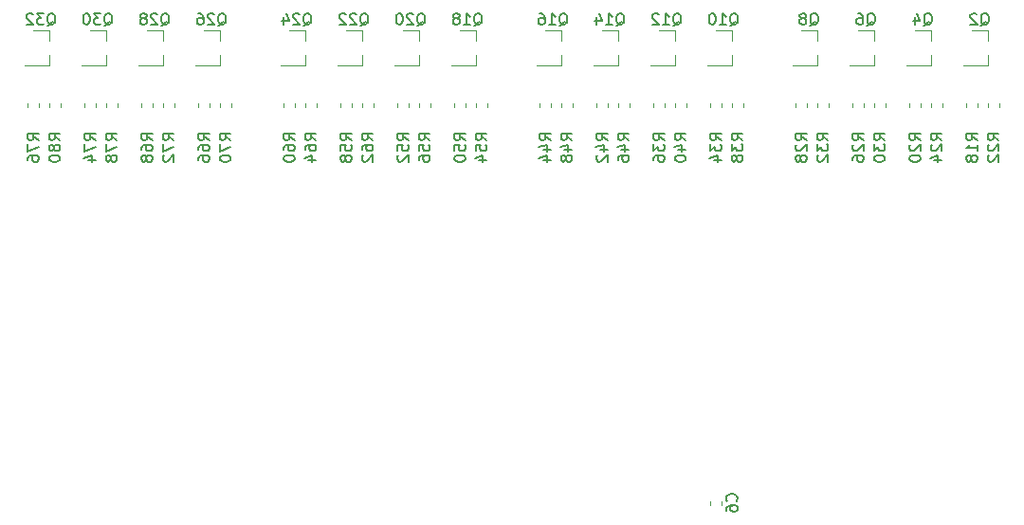
<source format=gbo>
G04 #@! TF.GenerationSoftware,KiCad,Pcbnew,(5.1.6)-1*
G04 #@! TF.CreationDate,2021-02-11T21:03:36+02:00*
G04 #@! TF.ProjectId,spectrum_analyzer,73706563-7472-4756-9d5f-616e616c797a,rev?*
G04 #@! TF.SameCoordinates,Original*
G04 #@! TF.FileFunction,Legend,Bot*
G04 #@! TF.FilePolarity,Positive*
%FSLAX46Y46*%
G04 Gerber Fmt 4.6, Leading zero omitted, Abs format (unit mm)*
G04 Created by KiCad (PCBNEW (5.1.6)-1) date 2021-02-11 21:03:36*
%MOMM*%
%LPD*%
G01*
G04 APERTURE LIST*
%ADD10C,0.120000*%
%ADD11C,0.150000*%
G04 APERTURE END LIST*
D10*
X132205000Y-111296267D02*
X132205000Y-110953733D01*
X133225000Y-111296267D02*
X133225000Y-110953733D01*
X76325000Y-75736267D02*
X76325000Y-75393733D01*
X77345000Y-75736267D02*
X77345000Y-75393733D01*
X74170000Y-75393733D02*
X74170000Y-75736267D01*
X73150000Y-75393733D02*
X73150000Y-75736267D01*
X79250000Y-75393733D02*
X79250000Y-75736267D01*
X78230000Y-75393733D02*
X78230000Y-75736267D01*
X84330000Y-75393733D02*
X84330000Y-75736267D01*
X83310000Y-75393733D02*
X83310000Y-75736267D01*
X71245000Y-75736267D02*
X71245000Y-75393733D01*
X72265000Y-75736267D02*
X72265000Y-75393733D01*
X89410000Y-75393733D02*
X89410000Y-75736267D01*
X88390000Y-75393733D02*
X88390000Y-75736267D01*
X81405000Y-75736267D02*
X81405000Y-75393733D01*
X82425000Y-75736267D02*
X82425000Y-75393733D01*
X86485000Y-75736267D02*
X86485000Y-75393733D01*
X87505000Y-75736267D02*
X87505000Y-75393733D01*
X99185000Y-75736267D02*
X99185000Y-75393733D01*
X100205000Y-75736267D02*
X100205000Y-75393733D01*
X97030000Y-75393733D02*
X97030000Y-75736267D01*
X96010000Y-75393733D02*
X96010000Y-75736267D01*
X102110000Y-75393733D02*
X102110000Y-75736267D01*
X101090000Y-75393733D02*
X101090000Y-75736267D01*
X107190000Y-75393733D02*
X107190000Y-75736267D01*
X106170000Y-75393733D02*
X106170000Y-75736267D01*
X94105000Y-75736267D02*
X94105000Y-75393733D01*
X95125000Y-75736267D02*
X95125000Y-75393733D01*
X112270000Y-75393733D02*
X112270000Y-75736267D01*
X111250000Y-75393733D02*
X111250000Y-75736267D01*
X104265000Y-75736267D02*
X104265000Y-75393733D01*
X105285000Y-75736267D02*
X105285000Y-75393733D01*
X109345000Y-75736267D02*
X109345000Y-75393733D01*
X110365000Y-75736267D02*
X110365000Y-75393733D01*
X122045000Y-75736267D02*
X122045000Y-75393733D01*
X123065000Y-75736267D02*
X123065000Y-75393733D01*
X119890000Y-75393733D02*
X119890000Y-75736267D01*
X118870000Y-75393733D02*
X118870000Y-75736267D01*
X124970000Y-75393733D02*
X124970000Y-75736267D01*
X123950000Y-75393733D02*
X123950000Y-75736267D01*
X130050000Y-75393733D02*
X130050000Y-75736267D01*
X129030000Y-75393733D02*
X129030000Y-75736267D01*
X116965000Y-75736267D02*
X116965000Y-75393733D01*
X117985000Y-75736267D02*
X117985000Y-75393733D01*
X135130000Y-75393733D02*
X135130000Y-75736267D01*
X134110000Y-75393733D02*
X134110000Y-75736267D01*
X127125000Y-75736267D02*
X127125000Y-75393733D01*
X128145000Y-75736267D02*
X128145000Y-75393733D01*
X132205000Y-75736267D02*
X132205000Y-75393733D01*
X133225000Y-75736267D02*
X133225000Y-75393733D01*
X73150000Y-68905000D02*
X71690000Y-68905000D01*
X73150000Y-72065000D02*
X70990000Y-72065000D01*
X73150000Y-72065000D02*
X73150000Y-71135000D01*
X73150000Y-68905000D02*
X73150000Y-69835000D01*
X78230000Y-68905000D02*
X76770000Y-68905000D01*
X78230000Y-72065000D02*
X76070000Y-72065000D01*
X78230000Y-72065000D02*
X78230000Y-71135000D01*
X78230000Y-68905000D02*
X78230000Y-69835000D01*
X83310000Y-68905000D02*
X81850000Y-68905000D01*
X83310000Y-72065000D02*
X81150000Y-72065000D01*
X83310000Y-72065000D02*
X83310000Y-71135000D01*
X83310000Y-68905000D02*
X83310000Y-69835000D01*
X88390000Y-68905000D02*
X86930000Y-68905000D01*
X88390000Y-72065000D02*
X86230000Y-72065000D01*
X88390000Y-72065000D02*
X88390000Y-71135000D01*
X88390000Y-68905000D02*
X88390000Y-69835000D01*
X96010000Y-68905000D02*
X94550000Y-68905000D01*
X96010000Y-72065000D02*
X93850000Y-72065000D01*
X96010000Y-72065000D02*
X96010000Y-71135000D01*
X96010000Y-68905000D02*
X96010000Y-69835000D01*
X101090000Y-68905000D02*
X99630000Y-68905000D01*
X101090000Y-72065000D02*
X98930000Y-72065000D01*
X101090000Y-72065000D02*
X101090000Y-71135000D01*
X101090000Y-68905000D02*
X101090000Y-69835000D01*
X106170000Y-68905000D02*
X104710000Y-68905000D01*
X106170000Y-72065000D02*
X104010000Y-72065000D01*
X106170000Y-72065000D02*
X106170000Y-71135000D01*
X106170000Y-68905000D02*
X106170000Y-69835000D01*
X111250000Y-68905000D02*
X109790000Y-68905000D01*
X111250000Y-72065000D02*
X109090000Y-72065000D01*
X111250000Y-72065000D02*
X111250000Y-71135000D01*
X111250000Y-68905000D02*
X111250000Y-69835000D01*
X118870000Y-68905000D02*
X117410000Y-68905000D01*
X118870000Y-72065000D02*
X116710000Y-72065000D01*
X118870000Y-72065000D02*
X118870000Y-71135000D01*
X118870000Y-68905000D02*
X118870000Y-69835000D01*
X123950000Y-68905000D02*
X122490000Y-68905000D01*
X123950000Y-72065000D02*
X121790000Y-72065000D01*
X123950000Y-72065000D02*
X123950000Y-71135000D01*
X123950000Y-68905000D02*
X123950000Y-69835000D01*
X129030000Y-68905000D02*
X127570000Y-68905000D01*
X129030000Y-72065000D02*
X126870000Y-72065000D01*
X129030000Y-72065000D02*
X129030000Y-71135000D01*
X129030000Y-68905000D02*
X129030000Y-69835000D01*
X134110000Y-68905000D02*
X132650000Y-68905000D01*
X134110000Y-72065000D02*
X131950000Y-72065000D01*
X134110000Y-72065000D02*
X134110000Y-71135000D01*
X134110000Y-68905000D02*
X134110000Y-69835000D01*
X156970000Y-68905000D02*
X155510000Y-68905000D01*
X156970000Y-72065000D02*
X154810000Y-72065000D01*
X156970000Y-72065000D02*
X156970000Y-71135000D01*
X156970000Y-68905000D02*
X156970000Y-69835000D01*
X151890000Y-68905000D02*
X150430000Y-68905000D01*
X151890000Y-72065000D02*
X149730000Y-72065000D01*
X151890000Y-72065000D02*
X151890000Y-71135000D01*
X151890000Y-68905000D02*
X151890000Y-69835000D01*
X146810000Y-68905000D02*
X145350000Y-68905000D01*
X146810000Y-72065000D02*
X144650000Y-72065000D01*
X146810000Y-72065000D02*
X146810000Y-71135000D01*
X146810000Y-68905000D02*
X146810000Y-69835000D01*
X141730000Y-68905000D02*
X140270000Y-68905000D01*
X141730000Y-72065000D02*
X139570000Y-72065000D01*
X141730000Y-72065000D02*
X141730000Y-71135000D01*
X141730000Y-68905000D02*
X141730000Y-69835000D01*
X142750000Y-75393733D02*
X142750000Y-75736267D01*
X141730000Y-75393733D02*
X141730000Y-75736267D01*
X147830000Y-75393733D02*
X147830000Y-75736267D01*
X146810000Y-75393733D02*
X146810000Y-75736267D01*
X139825000Y-75736267D02*
X139825000Y-75393733D01*
X140845000Y-75736267D02*
X140845000Y-75393733D01*
X144905000Y-75736267D02*
X144905000Y-75393733D01*
X145925000Y-75736267D02*
X145925000Y-75393733D01*
X152910000Y-75393733D02*
X152910000Y-75736267D01*
X151890000Y-75393733D02*
X151890000Y-75736267D01*
X157990000Y-75393733D02*
X157990000Y-75736267D01*
X156970000Y-75393733D02*
X156970000Y-75736267D01*
X149985000Y-75736267D02*
X149985000Y-75393733D01*
X151005000Y-75736267D02*
X151005000Y-75393733D01*
X155065000Y-75736267D02*
X155065000Y-75393733D01*
X156085000Y-75736267D02*
X156085000Y-75393733D01*
D11*
X134502142Y-110958333D02*
X134549761Y-110910714D01*
X134597380Y-110767857D01*
X134597380Y-110672619D01*
X134549761Y-110529761D01*
X134454523Y-110434523D01*
X134359285Y-110386904D01*
X134168809Y-110339285D01*
X134025952Y-110339285D01*
X133835476Y-110386904D01*
X133740238Y-110434523D01*
X133645000Y-110529761D01*
X133597380Y-110672619D01*
X133597380Y-110767857D01*
X133645000Y-110910714D01*
X133692619Y-110958333D01*
X133597380Y-111815476D02*
X133597380Y-111625000D01*
X133645000Y-111529761D01*
X133692619Y-111482142D01*
X133835476Y-111386904D01*
X134025952Y-111339285D01*
X134406904Y-111339285D01*
X134502142Y-111386904D01*
X134549761Y-111434523D01*
X134597380Y-111529761D01*
X134597380Y-111720238D01*
X134549761Y-111815476D01*
X134502142Y-111863095D01*
X134406904Y-111910714D01*
X134168809Y-111910714D01*
X134073571Y-111863095D01*
X134025952Y-111815476D01*
X133978333Y-111720238D01*
X133978333Y-111529761D01*
X134025952Y-111434523D01*
X134073571Y-111386904D01*
X134168809Y-111339285D01*
X77287380Y-78732142D02*
X76811190Y-78398809D01*
X77287380Y-78160714D02*
X76287380Y-78160714D01*
X76287380Y-78541666D01*
X76335000Y-78636904D01*
X76382619Y-78684523D01*
X76477857Y-78732142D01*
X76620714Y-78732142D01*
X76715952Y-78684523D01*
X76763571Y-78636904D01*
X76811190Y-78541666D01*
X76811190Y-78160714D01*
X76287380Y-79065476D02*
X76287380Y-79732142D01*
X77287380Y-79303571D01*
X76620714Y-80541666D02*
X77287380Y-80541666D01*
X76239761Y-80303571D02*
X76954047Y-80065476D01*
X76954047Y-80684523D01*
X74112380Y-78732142D02*
X73636190Y-78398809D01*
X74112380Y-78160714D02*
X73112380Y-78160714D01*
X73112380Y-78541666D01*
X73160000Y-78636904D01*
X73207619Y-78684523D01*
X73302857Y-78732142D01*
X73445714Y-78732142D01*
X73540952Y-78684523D01*
X73588571Y-78636904D01*
X73636190Y-78541666D01*
X73636190Y-78160714D01*
X73540952Y-79303571D02*
X73493333Y-79208333D01*
X73445714Y-79160714D01*
X73350476Y-79113095D01*
X73302857Y-79113095D01*
X73207619Y-79160714D01*
X73160000Y-79208333D01*
X73112380Y-79303571D01*
X73112380Y-79494047D01*
X73160000Y-79589285D01*
X73207619Y-79636904D01*
X73302857Y-79684523D01*
X73350476Y-79684523D01*
X73445714Y-79636904D01*
X73493333Y-79589285D01*
X73540952Y-79494047D01*
X73540952Y-79303571D01*
X73588571Y-79208333D01*
X73636190Y-79160714D01*
X73731428Y-79113095D01*
X73921904Y-79113095D01*
X74017142Y-79160714D01*
X74064761Y-79208333D01*
X74112380Y-79303571D01*
X74112380Y-79494047D01*
X74064761Y-79589285D01*
X74017142Y-79636904D01*
X73921904Y-79684523D01*
X73731428Y-79684523D01*
X73636190Y-79636904D01*
X73588571Y-79589285D01*
X73540952Y-79494047D01*
X73112380Y-80303571D02*
X73112380Y-80398809D01*
X73160000Y-80494047D01*
X73207619Y-80541666D01*
X73302857Y-80589285D01*
X73493333Y-80636904D01*
X73731428Y-80636904D01*
X73921904Y-80589285D01*
X74017142Y-80541666D01*
X74064761Y-80494047D01*
X74112380Y-80398809D01*
X74112380Y-80303571D01*
X74064761Y-80208333D01*
X74017142Y-80160714D01*
X73921904Y-80113095D01*
X73731428Y-80065476D01*
X73493333Y-80065476D01*
X73302857Y-80113095D01*
X73207619Y-80160714D01*
X73160000Y-80208333D01*
X73112380Y-80303571D01*
X79192380Y-78732142D02*
X78716190Y-78398809D01*
X79192380Y-78160714D02*
X78192380Y-78160714D01*
X78192380Y-78541666D01*
X78240000Y-78636904D01*
X78287619Y-78684523D01*
X78382857Y-78732142D01*
X78525714Y-78732142D01*
X78620952Y-78684523D01*
X78668571Y-78636904D01*
X78716190Y-78541666D01*
X78716190Y-78160714D01*
X78192380Y-79065476D02*
X78192380Y-79732142D01*
X79192380Y-79303571D01*
X78620952Y-80255952D02*
X78573333Y-80160714D01*
X78525714Y-80113095D01*
X78430476Y-80065476D01*
X78382857Y-80065476D01*
X78287619Y-80113095D01*
X78240000Y-80160714D01*
X78192380Y-80255952D01*
X78192380Y-80446428D01*
X78240000Y-80541666D01*
X78287619Y-80589285D01*
X78382857Y-80636904D01*
X78430476Y-80636904D01*
X78525714Y-80589285D01*
X78573333Y-80541666D01*
X78620952Y-80446428D01*
X78620952Y-80255952D01*
X78668571Y-80160714D01*
X78716190Y-80113095D01*
X78811428Y-80065476D01*
X79001904Y-80065476D01*
X79097142Y-80113095D01*
X79144761Y-80160714D01*
X79192380Y-80255952D01*
X79192380Y-80446428D01*
X79144761Y-80541666D01*
X79097142Y-80589285D01*
X79001904Y-80636904D01*
X78811428Y-80636904D01*
X78716190Y-80589285D01*
X78668571Y-80541666D01*
X78620952Y-80446428D01*
X84272380Y-78732142D02*
X83796190Y-78398809D01*
X84272380Y-78160714D02*
X83272380Y-78160714D01*
X83272380Y-78541666D01*
X83320000Y-78636904D01*
X83367619Y-78684523D01*
X83462857Y-78732142D01*
X83605714Y-78732142D01*
X83700952Y-78684523D01*
X83748571Y-78636904D01*
X83796190Y-78541666D01*
X83796190Y-78160714D01*
X83272380Y-79065476D02*
X83272380Y-79732142D01*
X84272380Y-79303571D01*
X83367619Y-80065476D02*
X83320000Y-80113095D01*
X83272380Y-80208333D01*
X83272380Y-80446428D01*
X83320000Y-80541666D01*
X83367619Y-80589285D01*
X83462857Y-80636904D01*
X83558095Y-80636904D01*
X83700952Y-80589285D01*
X84272380Y-80017857D01*
X84272380Y-80636904D01*
X72207380Y-78732142D02*
X71731190Y-78398809D01*
X72207380Y-78160714D02*
X71207380Y-78160714D01*
X71207380Y-78541666D01*
X71255000Y-78636904D01*
X71302619Y-78684523D01*
X71397857Y-78732142D01*
X71540714Y-78732142D01*
X71635952Y-78684523D01*
X71683571Y-78636904D01*
X71731190Y-78541666D01*
X71731190Y-78160714D01*
X71207380Y-79065476D02*
X71207380Y-79732142D01*
X72207380Y-79303571D01*
X71207380Y-80541666D02*
X71207380Y-80351190D01*
X71255000Y-80255952D01*
X71302619Y-80208333D01*
X71445476Y-80113095D01*
X71635952Y-80065476D01*
X72016904Y-80065476D01*
X72112142Y-80113095D01*
X72159761Y-80160714D01*
X72207380Y-80255952D01*
X72207380Y-80446428D01*
X72159761Y-80541666D01*
X72112142Y-80589285D01*
X72016904Y-80636904D01*
X71778809Y-80636904D01*
X71683571Y-80589285D01*
X71635952Y-80541666D01*
X71588333Y-80446428D01*
X71588333Y-80255952D01*
X71635952Y-80160714D01*
X71683571Y-80113095D01*
X71778809Y-80065476D01*
X89352380Y-78732142D02*
X88876190Y-78398809D01*
X89352380Y-78160714D02*
X88352380Y-78160714D01*
X88352380Y-78541666D01*
X88400000Y-78636904D01*
X88447619Y-78684523D01*
X88542857Y-78732142D01*
X88685714Y-78732142D01*
X88780952Y-78684523D01*
X88828571Y-78636904D01*
X88876190Y-78541666D01*
X88876190Y-78160714D01*
X88352380Y-79065476D02*
X88352380Y-79732142D01*
X89352380Y-79303571D01*
X88352380Y-80303571D02*
X88352380Y-80398809D01*
X88400000Y-80494047D01*
X88447619Y-80541666D01*
X88542857Y-80589285D01*
X88733333Y-80636904D01*
X88971428Y-80636904D01*
X89161904Y-80589285D01*
X89257142Y-80541666D01*
X89304761Y-80494047D01*
X89352380Y-80398809D01*
X89352380Y-80303571D01*
X89304761Y-80208333D01*
X89257142Y-80160714D01*
X89161904Y-80113095D01*
X88971428Y-80065476D01*
X88733333Y-80065476D01*
X88542857Y-80113095D01*
X88447619Y-80160714D01*
X88400000Y-80208333D01*
X88352380Y-80303571D01*
X82367380Y-78732142D02*
X81891190Y-78398809D01*
X82367380Y-78160714D02*
X81367380Y-78160714D01*
X81367380Y-78541666D01*
X81415000Y-78636904D01*
X81462619Y-78684523D01*
X81557857Y-78732142D01*
X81700714Y-78732142D01*
X81795952Y-78684523D01*
X81843571Y-78636904D01*
X81891190Y-78541666D01*
X81891190Y-78160714D01*
X81367380Y-79589285D02*
X81367380Y-79398809D01*
X81415000Y-79303571D01*
X81462619Y-79255952D01*
X81605476Y-79160714D01*
X81795952Y-79113095D01*
X82176904Y-79113095D01*
X82272142Y-79160714D01*
X82319761Y-79208333D01*
X82367380Y-79303571D01*
X82367380Y-79494047D01*
X82319761Y-79589285D01*
X82272142Y-79636904D01*
X82176904Y-79684523D01*
X81938809Y-79684523D01*
X81843571Y-79636904D01*
X81795952Y-79589285D01*
X81748333Y-79494047D01*
X81748333Y-79303571D01*
X81795952Y-79208333D01*
X81843571Y-79160714D01*
X81938809Y-79113095D01*
X81795952Y-80255952D02*
X81748333Y-80160714D01*
X81700714Y-80113095D01*
X81605476Y-80065476D01*
X81557857Y-80065476D01*
X81462619Y-80113095D01*
X81415000Y-80160714D01*
X81367380Y-80255952D01*
X81367380Y-80446428D01*
X81415000Y-80541666D01*
X81462619Y-80589285D01*
X81557857Y-80636904D01*
X81605476Y-80636904D01*
X81700714Y-80589285D01*
X81748333Y-80541666D01*
X81795952Y-80446428D01*
X81795952Y-80255952D01*
X81843571Y-80160714D01*
X81891190Y-80113095D01*
X81986428Y-80065476D01*
X82176904Y-80065476D01*
X82272142Y-80113095D01*
X82319761Y-80160714D01*
X82367380Y-80255952D01*
X82367380Y-80446428D01*
X82319761Y-80541666D01*
X82272142Y-80589285D01*
X82176904Y-80636904D01*
X81986428Y-80636904D01*
X81891190Y-80589285D01*
X81843571Y-80541666D01*
X81795952Y-80446428D01*
X87447380Y-78732142D02*
X86971190Y-78398809D01*
X87447380Y-78160714D02*
X86447380Y-78160714D01*
X86447380Y-78541666D01*
X86495000Y-78636904D01*
X86542619Y-78684523D01*
X86637857Y-78732142D01*
X86780714Y-78732142D01*
X86875952Y-78684523D01*
X86923571Y-78636904D01*
X86971190Y-78541666D01*
X86971190Y-78160714D01*
X86447380Y-79589285D02*
X86447380Y-79398809D01*
X86495000Y-79303571D01*
X86542619Y-79255952D01*
X86685476Y-79160714D01*
X86875952Y-79113095D01*
X87256904Y-79113095D01*
X87352142Y-79160714D01*
X87399761Y-79208333D01*
X87447380Y-79303571D01*
X87447380Y-79494047D01*
X87399761Y-79589285D01*
X87352142Y-79636904D01*
X87256904Y-79684523D01*
X87018809Y-79684523D01*
X86923571Y-79636904D01*
X86875952Y-79589285D01*
X86828333Y-79494047D01*
X86828333Y-79303571D01*
X86875952Y-79208333D01*
X86923571Y-79160714D01*
X87018809Y-79113095D01*
X86447380Y-80541666D02*
X86447380Y-80351190D01*
X86495000Y-80255952D01*
X86542619Y-80208333D01*
X86685476Y-80113095D01*
X86875952Y-80065476D01*
X87256904Y-80065476D01*
X87352142Y-80113095D01*
X87399761Y-80160714D01*
X87447380Y-80255952D01*
X87447380Y-80446428D01*
X87399761Y-80541666D01*
X87352142Y-80589285D01*
X87256904Y-80636904D01*
X87018809Y-80636904D01*
X86923571Y-80589285D01*
X86875952Y-80541666D01*
X86828333Y-80446428D01*
X86828333Y-80255952D01*
X86875952Y-80160714D01*
X86923571Y-80113095D01*
X87018809Y-80065476D01*
X100147380Y-78732142D02*
X99671190Y-78398809D01*
X100147380Y-78160714D02*
X99147380Y-78160714D01*
X99147380Y-78541666D01*
X99195000Y-78636904D01*
X99242619Y-78684523D01*
X99337857Y-78732142D01*
X99480714Y-78732142D01*
X99575952Y-78684523D01*
X99623571Y-78636904D01*
X99671190Y-78541666D01*
X99671190Y-78160714D01*
X99147380Y-79636904D02*
X99147380Y-79160714D01*
X99623571Y-79113095D01*
X99575952Y-79160714D01*
X99528333Y-79255952D01*
X99528333Y-79494047D01*
X99575952Y-79589285D01*
X99623571Y-79636904D01*
X99718809Y-79684523D01*
X99956904Y-79684523D01*
X100052142Y-79636904D01*
X100099761Y-79589285D01*
X100147380Y-79494047D01*
X100147380Y-79255952D01*
X100099761Y-79160714D01*
X100052142Y-79113095D01*
X99575952Y-80255952D02*
X99528333Y-80160714D01*
X99480714Y-80113095D01*
X99385476Y-80065476D01*
X99337857Y-80065476D01*
X99242619Y-80113095D01*
X99195000Y-80160714D01*
X99147380Y-80255952D01*
X99147380Y-80446428D01*
X99195000Y-80541666D01*
X99242619Y-80589285D01*
X99337857Y-80636904D01*
X99385476Y-80636904D01*
X99480714Y-80589285D01*
X99528333Y-80541666D01*
X99575952Y-80446428D01*
X99575952Y-80255952D01*
X99623571Y-80160714D01*
X99671190Y-80113095D01*
X99766428Y-80065476D01*
X99956904Y-80065476D01*
X100052142Y-80113095D01*
X100099761Y-80160714D01*
X100147380Y-80255952D01*
X100147380Y-80446428D01*
X100099761Y-80541666D01*
X100052142Y-80589285D01*
X99956904Y-80636904D01*
X99766428Y-80636904D01*
X99671190Y-80589285D01*
X99623571Y-80541666D01*
X99575952Y-80446428D01*
X96972380Y-78732142D02*
X96496190Y-78398809D01*
X96972380Y-78160714D02*
X95972380Y-78160714D01*
X95972380Y-78541666D01*
X96020000Y-78636904D01*
X96067619Y-78684523D01*
X96162857Y-78732142D01*
X96305714Y-78732142D01*
X96400952Y-78684523D01*
X96448571Y-78636904D01*
X96496190Y-78541666D01*
X96496190Y-78160714D01*
X95972380Y-79589285D02*
X95972380Y-79398809D01*
X96020000Y-79303571D01*
X96067619Y-79255952D01*
X96210476Y-79160714D01*
X96400952Y-79113095D01*
X96781904Y-79113095D01*
X96877142Y-79160714D01*
X96924761Y-79208333D01*
X96972380Y-79303571D01*
X96972380Y-79494047D01*
X96924761Y-79589285D01*
X96877142Y-79636904D01*
X96781904Y-79684523D01*
X96543809Y-79684523D01*
X96448571Y-79636904D01*
X96400952Y-79589285D01*
X96353333Y-79494047D01*
X96353333Y-79303571D01*
X96400952Y-79208333D01*
X96448571Y-79160714D01*
X96543809Y-79113095D01*
X96305714Y-80541666D02*
X96972380Y-80541666D01*
X95924761Y-80303571D02*
X96639047Y-80065476D01*
X96639047Y-80684523D01*
X102052380Y-78732142D02*
X101576190Y-78398809D01*
X102052380Y-78160714D02*
X101052380Y-78160714D01*
X101052380Y-78541666D01*
X101100000Y-78636904D01*
X101147619Y-78684523D01*
X101242857Y-78732142D01*
X101385714Y-78732142D01*
X101480952Y-78684523D01*
X101528571Y-78636904D01*
X101576190Y-78541666D01*
X101576190Y-78160714D01*
X101052380Y-79589285D02*
X101052380Y-79398809D01*
X101100000Y-79303571D01*
X101147619Y-79255952D01*
X101290476Y-79160714D01*
X101480952Y-79113095D01*
X101861904Y-79113095D01*
X101957142Y-79160714D01*
X102004761Y-79208333D01*
X102052380Y-79303571D01*
X102052380Y-79494047D01*
X102004761Y-79589285D01*
X101957142Y-79636904D01*
X101861904Y-79684523D01*
X101623809Y-79684523D01*
X101528571Y-79636904D01*
X101480952Y-79589285D01*
X101433333Y-79494047D01*
X101433333Y-79303571D01*
X101480952Y-79208333D01*
X101528571Y-79160714D01*
X101623809Y-79113095D01*
X101147619Y-80065476D02*
X101100000Y-80113095D01*
X101052380Y-80208333D01*
X101052380Y-80446428D01*
X101100000Y-80541666D01*
X101147619Y-80589285D01*
X101242857Y-80636904D01*
X101338095Y-80636904D01*
X101480952Y-80589285D01*
X102052380Y-80017857D01*
X102052380Y-80636904D01*
X107132380Y-78732142D02*
X106656190Y-78398809D01*
X107132380Y-78160714D02*
X106132380Y-78160714D01*
X106132380Y-78541666D01*
X106180000Y-78636904D01*
X106227619Y-78684523D01*
X106322857Y-78732142D01*
X106465714Y-78732142D01*
X106560952Y-78684523D01*
X106608571Y-78636904D01*
X106656190Y-78541666D01*
X106656190Y-78160714D01*
X106132380Y-79636904D02*
X106132380Y-79160714D01*
X106608571Y-79113095D01*
X106560952Y-79160714D01*
X106513333Y-79255952D01*
X106513333Y-79494047D01*
X106560952Y-79589285D01*
X106608571Y-79636904D01*
X106703809Y-79684523D01*
X106941904Y-79684523D01*
X107037142Y-79636904D01*
X107084761Y-79589285D01*
X107132380Y-79494047D01*
X107132380Y-79255952D01*
X107084761Y-79160714D01*
X107037142Y-79113095D01*
X106132380Y-80541666D02*
X106132380Y-80351190D01*
X106180000Y-80255952D01*
X106227619Y-80208333D01*
X106370476Y-80113095D01*
X106560952Y-80065476D01*
X106941904Y-80065476D01*
X107037142Y-80113095D01*
X107084761Y-80160714D01*
X107132380Y-80255952D01*
X107132380Y-80446428D01*
X107084761Y-80541666D01*
X107037142Y-80589285D01*
X106941904Y-80636904D01*
X106703809Y-80636904D01*
X106608571Y-80589285D01*
X106560952Y-80541666D01*
X106513333Y-80446428D01*
X106513333Y-80255952D01*
X106560952Y-80160714D01*
X106608571Y-80113095D01*
X106703809Y-80065476D01*
X95067380Y-78732142D02*
X94591190Y-78398809D01*
X95067380Y-78160714D02*
X94067380Y-78160714D01*
X94067380Y-78541666D01*
X94115000Y-78636904D01*
X94162619Y-78684523D01*
X94257857Y-78732142D01*
X94400714Y-78732142D01*
X94495952Y-78684523D01*
X94543571Y-78636904D01*
X94591190Y-78541666D01*
X94591190Y-78160714D01*
X94067380Y-79589285D02*
X94067380Y-79398809D01*
X94115000Y-79303571D01*
X94162619Y-79255952D01*
X94305476Y-79160714D01*
X94495952Y-79113095D01*
X94876904Y-79113095D01*
X94972142Y-79160714D01*
X95019761Y-79208333D01*
X95067380Y-79303571D01*
X95067380Y-79494047D01*
X95019761Y-79589285D01*
X94972142Y-79636904D01*
X94876904Y-79684523D01*
X94638809Y-79684523D01*
X94543571Y-79636904D01*
X94495952Y-79589285D01*
X94448333Y-79494047D01*
X94448333Y-79303571D01*
X94495952Y-79208333D01*
X94543571Y-79160714D01*
X94638809Y-79113095D01*
X94067380Y-80303571D02*
X94067380Y-80398809D01*
X94115000Y-80494047D01*
X94162619Y-80541666D01*
X94257857Y-80589285D01*
X94448333Y-80636904D01*
X94686428Y-80636904D01*
X94876904Y-80589285D01*
X94972142Y-80541666D01*
X95019761Y-80494047D01*
X95067380Y-80398809D01*
X95067380Y-80303571D01*
X95019761Y-80208333D01*
X94972142Y-80160714D01*
X94876904Y-80113095D01*
X94686428Y-80065476D01*
X94448333Y-80065476D01*
X94257857Y-80113095D01*
X94162619Y-80160714D01*
X94115000Y-80208333D01*
X94067380Y-80303571D01*
X112212380Y-78732142D02*
X111736190Y-78398809D01*
X112212380Y-78160714D02*
X111212380Y-78160714D01*
X111212380Y-78541666D01*
X111260000Y-78636904D01*
X111307619Y-78684523D01*
X111402857Y-78732142D01*
X111545714Y-78732142D01*
X111640952Y-78684523D01*
X111688571Y-78636904D01*
X111736190Y-78541666D01*
X111736190Y-78160714D01*
X111212380Y-79636904D02*
X111212380Y-79160714D01*
X111688571Y-79113095D01*
X111640952Y-79160714D01*
X111593333Y-79255952D01*
X111593333Y-79494047D01*
X111640952Y-79589285D01*
X111688571Y-79636904D01*
X111783809Y-79684523D01*
X112021904Y-79684523D01*
X112117142Y-79636904D01*
X112164761Y-79589285D01*
X112212380Y-79494047D01*
X112212380Y-79255952D01*
X112164761Y-79160714D01*
X112117142Y-79113095D01*
X111545714Y-80541666D02*
X112212380Y-80541666D01*
X111164761Y-80303571D02*
X111879047Y-80065476D01*
X111879047Y-80684523D01*
X105227380Y-78732142D02*
X104751190Y-78398809D01*
X105227380Y-78160714D02*
X104227380Y-78160714D01*
X104227380Y-78541666D01*
X104275000Y-78636904D01*
X104322619Y-78684523D01*
X104417857Y-78732142D01*
X104560714Y-78732142D01*
X104655952Y-78684523D01*
X104703571Y-78636904D01*
X104751190Y-78541666D01*
X104751190Y-78160714D01*
X104227380Y-79636904D02*
X104227380Y-79160714D01*
X104703571Y-79113095D01*
X104655952Y-79160714D01*
X104608333Y-79255952D01*
X104608333Y-79494047D01*
X104655952Y-79589285D01*
X104703571Y-79636904D01*
X104798809Y-79684523D01*
X105036904Y-79684523D01*
X105132142Y-79636904D01*
X105179761Y-79589285D01*
X105227380Y-79494047D01*
X105227380Y-79255952D01*
X105179761Y-79160714D01*
X105132142Y-79113095D01*
X104322619Y-80065476D02*
X104275000Y-80113095D01*
X104227380Y-80208333D01*
X104227380Y-80446428D01*
X104275000Y-80541666D01*
X104322619Y-80589285D01*
X104417857Y-80636904D01*
X104513095Y-80636904D01*
X104655952Y-80589285D01*
X105227380Y-80017857D01*
X105227380Y-80636904D01*
X110307380Y-78732142D02*
X109831190Y-78398809D01*
X110307380Y-78160714D02*
X109307380Y-78160714D01*
X109307380Y-78541666D01*
X109355000Y-78636904D01*
X109402619Y-78684523D01*
X109497857Y-78732142D01*
X109640714Y-78732142D01*
X109735952Y-78684523D01*
X109783571Y-78636904D01*
X109831190Y-78541666D01*
X109831190Y-78160714D01*
X109307380Y-79636904D02*
X109307380Y-79160714D01*
X109783571Y-79113095D01*
X109735952Y-79160714D01*
X109688333Y-79255952D01*
X109688333Y-79494047D01*
X109735952Y-79589285D01*
X109783571Y-79636904D01*
X109878809Y-79684523D01*
X110116904Y-79684523D01*
X110212142Y-79636904D01*
X110259761Y-79589285D01*
X110307380Y-79494047D01*
X110307380Y-79255952D01*
X110259761Y-79160714D01*
X110212142Y-79113095D01*
X109307380Y-80303571D02*
X109307380Y-80398809D01*
X109355000Y-80494047D01*
X109402619Y-80541666D01*
X109497857Y-80589285D01*
X109688333Y-80636904D01*
X109926428Y-80636904D01*
X110116904Y-80589285D01*
X110212142Y-80541666D01*
X110259761Y-80494047D01*
X110307380Y-80398809D01*
X110307380Y-80303571D01*
X110259761Y-80208333D01*
X110212142Y-80160714D01*
X110116904Y-80113095D01*
X109926428Y-80065476D01*
X109688333Y-80065476D01*
X109497857Y-80113095D01*
X109402619Y-80160714D01*
X109355000Y-80208333D01*
X109307380Y-80303571D01*
X123007380Y-78732142D02*
X122531190Y-78398809D01*
X123007380Y-78160714D02*
X122007380Y-78160714D01*
X122007380Y-78541666D01*
X122055000Y-78636904D01*
X122102619Y-78684523D01*
X122197857Y-78732142D01*
X122340714Y-78732142D01*
X122435952Y-78684523D01*
X122483571Y-78636904D01*
X122531190Y-78541666D01*
X122531190Y-78160714D01*
X122340714Y-79589285D02*
X123007380Y-79589285D01*
X121959761Y-79351190D02*
X122674047Y-79113095D01*
X122674047Y-79732142D01*
X122102619Y-80065476D02*
X122055000Y-80113095D01*
X122007380Y-80208333D01*
X122007380Y-80446428D01*
X122055000Y-80541666D01*
X122102619Y-80589285D01*
X122197857Y-80636904D01*
X122293095Y-80636904D01*
X122435952Y-80589285D01*
X123007380Y-80017857D01*
X123007380Y-80636904D01*
X119832380Y-78732142D02*
X119356190Y-78398809D01*
X119832380Y-78160714D02*
X118832380Y-78160714D01*
X118832380Y-78541666D01*
X118880000Y-78636904D01*
X118927619Y-78684523D01*
X119022857Y-78732142D01*
X119165714Y-78732142D01*
X119260952Y-78684523D01*
X119308571Y-78636904D01*
X119356190Y-78541666D01*
X119356190Y-78160714D01*
X119165714Y-79589285D02*
X119832380Y-79589285D01*
X118784761Y-79351190D02*
X119499047Y-79113095D01*
X119499047Y-79732142D01*
X119260952Y-80255952D02*
X119213333Y-80160714D01*
X119165714Y-80113095D01*
X119070476Y-80065476D01*
X119022857Y-80065476D01*
X118927619Y-80113095D01*
X118880000Y-80160714D01*
X118832380Y-80255952D01*
X118832380Y-80446428D01*
X118880000Y-80541666D01*
X118927619Y-80589285D01*
X119022857Y-80636904D01*
X119070476Y-80636904D01*
X119165714Y-80589285D01*
X119213333Y-80541666D01*
X119260952Y-80446428D01*
X119260952Y-80255952D01*
X119308571Y-80160714D01*
X119356190Y-80113095D01*
X119451428Y-80065476D01*
X119641904Y-80065476D01*
X119737142Y-80113095D01*
X119784761Y-80160714D01*
X119832380Y-80255952D01*
X119832380Y-80446428D01*
X119784761Y-80541666D01*
X119737142Y-80589285D01*
X119641904Y-80636904D01*
X119451428Y-80636904D01*
X119356190Y-80589285D01*
X119308571Y-80541666D01*
X119260952Y-80446428D01*
X124912380Y-78732142D02*
X124436190Y-78398809D01*
X124912380Y-78160714D02*
X123912380Y-78160714D01*
X123912380Y-78541666D01*
X123960000Y-78636904D01*
X124007619Y-78684523D01*
X124102857Y-78732142D01*
X124245714Y-78732142D01*
X124340952Y-78684523D01*
X124388571Y-78636904D01*
X124436190Y-78541666D01*
X124436190Y-78160714D01*
X124245714Y-79589285D02*
X124912380Y-79589285D01*
X123864761Y-79351190D02*
X124579047Y-79113095D01*
X124579047Y-79732142D01*
X123912380Y-80541666D02*
X123912380Y-80351190D01*
X123960000Y-80255952D01*
X124007619Y-80208333D01*
X124150476Y-80113095D01*
X124340952Y-80065476D01*
X124721904Y-80065476D01*
X124817142Y-80113095D01*
X124864761Y-80160714D01*
X124912380Y-80255952D01*
X124912380Y-80446428D01*
X124864761Y-80541666D01*
X124817142Y-80589285D01*
X124721904Y-80636904D01*
X124483809Y-80636904D01*
X124388571Y-80589285D01*
X124340952Y-80541666D01*
X124293333Y-80446428D01*
X124293333Y-80255952D01*
X124340952Y-80160714D01*
X124388571Y-80113095D01*
X124483809Y-80065476D01*
X129992380Y-78732142D02*
X129516190Y-78398809D01*
X129992380Y-78160714D02*
X128992380Y-78160714D01*
X128992380Y-78541666D01*
X129040000Y-78636904D01*
X129087619Y-78684523D01*
X129182857Y-78732142D01*
X129325714Y-78732142D01*
X129420952Y-78684523D01*
X129468571Y-78636904D01*
X129516190Y-78541666D01*
X129516190Y-78160714D01*
X129325714Y-79589285D02*
X129992380Y-79589285D01*
X128944761Y-79351190D02*
X129659047Y-79113095D01*
X129659047Y-79732142D01*
X128992380Y-80303571D02*
X128992380Y-80398809D01*
X129040000Y-80494047D01*
X129087619Y-80541666D01*
X129182857Y-80589285D01*
X129373333Y-80636904D01*
X129611428Y-80636904D01*
X129801904Y-80589285D01*
X129897142Y-80541666D01*
X129944761Y-80494047D01*
X129992380Y-80398809D01*
X129992380Y-80303571D01*
X129944761Y-80208333D01*
X129897142Y-80160714D01*
X129801904Y-80113095D01*
X129611428Y-80065476D01*
X129373333Y-80065476D01*
X129182857Y-80113095D01*
X129087619Y-80160714D01*
X129040000Y-80208333D01*
X128992380Y-80303571D01*
X117927380Y-78732142D02*
X117451190Y-78398809D01*
X117927380Y-78160714D02*
X116927380Y-78160714D01*
X116927380Y-78541666D01*
X116975000Y-78636904D01*
X117022619Y-78684523D01*
X117117857Y-78732142D01*
X117260714Y-78732142D01*
X117355952Y-78684523D01*
X117403571Y-78636904D01*
X117451190Y-78541666D01*
X117451190Y-78160714D01*
X117260714Y-79589285D02*
X117927380Y-79589285D01*
X116879761Y-79351190D02*
X117594047Y-79113095D01*
X117594047Y-79732142D01*
X117260714Y-80541666D02*
X117927380Y-80541666D01*
X116879761Y-80303571D02*
X117594047Y-80065476D01*
X117594047Y-80684523D01*
X135072380Y-78732142D02*
X134596190Y-78398809D01*
X135072380Y-78160714D02*
X134072380Y-78160714D01*
X134072380Y-78541666D01*
X134120000Y-78636904D01*
X134167619Y-78684523D01*
X134262857Y-78732142D01*
X134405714Y-78732142D01*
X134500952Y-78684523D01*
X134548571Y-78636904D01*
X134596190Y-78541666D01*
X134596190Y-78160714D01*
X134072380Y-79065476D02*
X134072380Y-79684523D01*
X134453333Y-79351190D01*
X134453333Y-79494047D01*
X134500952Y-79589285D01*
X134548571Y-79636904D01*
X134643809Y-79684523D01*
X134881904Y-79684523D01*
X134977142Y-79636904D01*
X135024761Y-79589285D01*
X135072380Y-79494047D01*
X135072380Y-79208333D01*
X135024761Y-79113095D01*
X134977142Y-79065476D01*
X134500952Y-80255952D02*
X134453333Y-80160714D01*
X134405714Y-80113095D01*
X134310476Y-80065476D01*
X134262857Y-80065476D01*
X134167619Y-80113095D01*
X134120000Y-80160714D01*
X134072380Y-80255952D01*
X134072380Y-80446428D01*
X134120000Y-80541666D01*
X134167619Y-80589285D01*
X134262857Y-80636904D01*
X134310476Y-80636904D01*
X134405714Y-80589285D01*
X134453333Y-80541666D01*
X134500952Y-80446428D01*
X134500952Y-80255952D01*
X134548571Y-80160714D01*
X134596190Y-80113095D01*
X134691428Y-80065476D01*
X134881904Y-80065476D01*
X134977142Y-80113095D01*
X135024761Y-80160714D01*
X135072380Y-80255952D01*
X135072380Y-80446428D01*
X135024761Y-80541666D01*
X134977142Y-80589285D01*
X134881904Y-80636904D01*
X134691428Y-80636904D01*
X134596190Y-80589285D01*
X134548571Y-80541666D01*
X134500952Y-80446428D01*
X128087380Y-78732142D02*
X127611190Y-78398809D01*
X128087380Y-78160714D02*
X127087380Y-78160714D01*
X127087380Y-78541666D01*
X127135000Y-78636904D01*
X127182619Y-78684523D01*
X127277857Y-78732142D01*
X127420714Y-78732142D01*
X127515952Y-78684523D01*
X127563571Y-78636904D01*
X127611190Y-78541666D01*
X127611190Y-78160714D01*
X127087380Y-79065476D02*
X127087380Y-79684523D01*
X127468333Y-79351190D01*
X127468333Y-79494047D01*
X127515952Y-79589285D01*
X127563571Y-79636904D01*
X127658809Y-79684523D01*
X127896904Y-79684523D01*
X127992142Y-79636904D01*
X128039761Y-79589285D01*
X128087380Y-79494047D01*
X128087380Y-79208333D01*
X128039761Y-79113095D01*
X127992142Y-79065476D01*
X127087380Y-80541666D02*
X127087380Y-80351190D01*
X127135000Y-80255952D01*
X127182619Y-80208333D01*
X127325476Y-80113095D01*
X127515952Y-80065476D01*
X127896904Y-80065476D01*
X127992142Y-80113095D01*
X128039761Y-80160714D01*
X128087380Y-80255952D01*
X128087380Y-80446428D01*
X128039761Y-80541666D01*
X127992142Y-80589285D01*
X127896904Y-80636904D01*
X127658809Y-80636904D01*
X127563571Y-80589285D01*
X127515952Y-80541666D01*
X127468333Y-80446428D01*
X127468333Y-80255952D01*
X127515952Y-80160714D01*
X127563571Y-80113095D01*
X127658809Y-80065476D01*
X133167380Y-78732142D02*
X132691190Y-78398809D01*
X133167380Y-78160714D02*
X132167380Y-78160714D01*
X132167380Y-78541666D01*
X132215000Y-78636904D01*
X132262619Y-78684523D01*
X132357857Y-78732142D01*
X132500714Y-78732142D01*
X132595952Y-78684523D01*
X132643571Y-78636904D01*
X132691190Y-78541666D01*
X132691190Y-78160714D01*
X132167380Y-79065476D02*
X132167380Y-79684523D01*
X132548333Y-79351190D01*
X132548333Y-79494047D01*
X132595952Y-79589285D01*
X132643571Y-79636904D01*
X132738809Y-79684523D01*
X132976904Y-79684523D01*
X133072142Y-79636904D01*
X133119761Y-79589285D01*
X133167380Y-79494047D01*
X133167380Y-79208333D01*
X133119761Y-79113095D01*
X133072142Y-79065476D01*
X132500714Y-80541666D02*
X133167380Y-80541666D01*
X132119761Y-80303571D02*
X132834047Y-80065476D01*
X132834047Y-80684523D01*
X72961428Y-68492619D02*
X73056666Y-68445000D01*
X73151904Y-68349761D01*
X73294761Y-68206904D01*
X73390000Y-68159285D01*
X73485238Y-68159285D01*
X73437619Y-68397380D02*
X73532857Y-68349761D01*
X73628095Y-68254523D01*
X73675714Y-68064047D01*
X73675714Y-67730714D01*
X73628095Y-67540238D01*
X73532857Y-67445000D01*
X73437619Y-67397380D01*
X73247142Y-67397380D01*
X73151904Y-67445000D01*
X73056666Y-67540238D01*
X73009047Y-67730714D01*
X73009047Y-68064047D01*
X73056666Y-68254523D01*
X73151904Y-68349761D01*
X73247142Y-68397380D01*
X73437619Y-68397380D01*
X72675714Y-67397380D02*
X72056666Y-67397380D01*
X72390000Y-67778333D01*
X72247142Y-67778333D01*
X72151904Y-67825952D01*
X72104285Y-67873571D01*
X72056666Y-67968809D01*
X72056666Y-68206904D01*
X72104285Y-68302142D01*
X72151904Y-68349761D01*
X72247142Y-68397380D01*
X72532857Y-68397380D01*
X72628095Y-68349761D01*
X72675714Y-68302142D01*
X71675714Y-67492619D02*
X71628095Y-67445000D01*
X71532857Y-67397380D01*
X71294761Y-67397380D01*
X71199523Y-67445000D01*
X71151904Y-67492619D01*
X71104285Y-67587857D01*
X71104285Y-67683095D01*
X71151904Y-67825952D01*
X71723333Y-68397380D01*
X71104285Y-68397380D01*
X78041428Y-68492619D02*
X78136666Y-68445000D01*
X78231904Y-68349761D01*
X78374761Y-68206904D01*
X78470000Y-68159285D01*
X78565238Y-68159285D01*
X78517619Y-68397380D02*
X78612857Y-68349761D01*
X78708095Y-68254523D01*
X78755714Y-68064047D01*
X78755714Y-67730714D01*
X78708095Y-67540238D01*
X78612857Y-67445000D01*
X78517619Y-67397380D01*
X78327142Y-67397380D01*
X78231904Y-67445000D01*
X78136666Y-67540238D01*
X78089047Y-67730714D01*
X78089047Y-68064047D01*
X78136666Y-68254523D01*
X78231904Y-68349761D01*
X78327142Y-68397380D01*
X78517619Y-68397380D01*
X77755714Y-67397380D02*
X77136666Y-67397380D01*
X77470000Y-67778333D01*
X77327142Y-67778333D01*
X77231904Y-67825952D01*
X77184285Y-67873571D01*
X77136666Y-67968809D01*
X77136666Y-68206904D01*
X77184285Y-68302142D01*
X77231904Y-68349761D01*
X77327142Y-68397380D01*
X77612857Y-68397380D01*
X77708095Y-68349761D01*
X77755714Y-68302142D01*
X76517619Y-67397380D02*
X76422380Y-67397380D01*
X76327142Y-67445000D01*
X76279523Y-67492619D01*
X76231904Y-67587857D01*
X76184285Y-67778333D01*
X76184285Y-68016428D01*
X76231904Y-68206904D01*
X76279523Y-68302142D01*
X76327142Y-68349761D01*
X76422380Y-68397380D01*
X76517619Y-68397380D01*
X76612857Y-68349761D01*
X76660476Y-68302142D01*
X76708095Y-68206904D01*
X76755714Y-68016428D01*
X76755714Y-67778333D01*
X76708095Y-67587857D01*
X76660476Y-67492619D01*
X76612857Y-67445000D01*
X76517619Y-67397380D01*
X83121428Y-68492619D02*
X83216666Y-68445000D01*
X83311904Y-68349761D01*
X83454761Y-68206904D01*
X83550000Y-68159285D01*
X83645238Y-68159285D01*
X83597619Y-68397380D02*
X83692857Y-68349761D01*
X83788095Y-68254523D01*
X83835714Y-68064047D01*
X83835714Y-67730714D01*
X83788095Y-67540238D01*
X83692857Y-67445000D01*
X83597619Y-67397380D01*
X83407142Y-67397380D01*
X83311904Y-67445000D01*
X83216666Y-67540238D01*
X83169047Y-67730714D01*
X83169047Y-68064047D01*
X83216666Y-68254523D01*
X83311904Y-68349761D01*
X83407142Y-68397380D01*
X83597619Y-68397380D01*
X82788095Y-67492619D02*
X82740476Y-67445000D01*
X82645238Y-67397380D01*
X82407142Y-67397380D01*
X82311904Y-67445000D01*
X82264285Y-67492619D01*
X82216666Y-67587857D01*
X82216666Y-67683095D01*
X82264285Y-67825952D01*
X82835714Y-68397380D01*
X82216666Y-68397380D01*
X81645238Y-67825952D02*
X81740476Y-67778333D01*
X81788095Y-67730714D01*
X81835714Y-67635476D01*
X81835714Y-67587857D01*
X81788095Y-67492619D01*
X81740476Y-67445000D01*
X81645238Y-67397380D01*
X81454761Y-67397380D01*
X81359523Y-67445000D01*
X81311904Y-67492619D01*
X81264285Y-67587857D01*
X81264285Y-67635476D01*
X81311904Y-67730714D01*
X81359523Y-67778333D01*
X81454761Y-67825952D01*
X81645238Y-67825952D01*
X81740476Y-67873571D01*
X81788095Y-67921190D01*
X81835714Y-68016428D01*
X81835714Y-68206904D01*
X81788095Y-68302142D01*
X81740476Y-68349761D01*
X81645238Y-68397380D01*
X81454761Y-68397380D01*
X81359523Y-68349761D01*
X81311904Y-68302142D01*
X81264285Y-68206904D01*
X81264285Y-68016428D01*
X81311904Y-67921190D01*
X81359523Y-67873571D01*
X81454761Y-67825952D01*
X88201428Y-68492619D02*
X88296666Y-68445000D01*
X88391904Y-68349761D01*
X88534761Y-68206904D01*
X88630000Y-68159285D01*
X88725238Y-68159285D01*
X88677619Y-68397380D02*
X88772857Y-68349761D01*
X88868095Y-68254523D01*
X88915714Y-68064047D01*
X88915714Y-67730714D01*
X88868095Y-67540238D01*
X88772857Y-67445000D01*
X88677619Y-67397380D01*
X88487142Y-67397380D01*
X88391904Y-67445000D01*
X88296666Y-67540238D01*
X88249047Y-67730714D01*
X88249047Y-68064047D01*
X88296666Y-68254523D01*
X88391904Y-68349761D01*
X88487142Y-68397380D01*
X88677619Y-68397380D01*
X87868095Y-67492619D02*
X87820476Y-67445000D01*
X87725238Y-67397380D01*
X87487142Y-67397380D01*
X87391904Y-67445000D01*
X87344285Y-67492619D01*
X87296666Y-67587857D01*
X87296666Y-67683095D01*
X87344285Y-67825952D01*
X87915714Y-68397380D01*
X87296666Y-68397380D01*
X86439523Y-67397380D02*
X86630000Y-67397380D01*
X86725238Y-67445000D01*
X86772857Y-67492619D01*
X86868095Y-67635476D01*
X86915714Y-67825952D01*
X86915714Y-68206904D01*
X86868095Y-68302142D01*
X86820476Y-68349761D01*
X86725238Y-68397380D01*
X86534761Y-68397380D01*
X86439523Y-68349761D01*
X86391904Y-68302142D01*
X86344285Y-68206904D01*
X86344285Y-67968809D01*
X86391904Y-67873571D01*
X86439523Y-67825952D01*
X86534761Y-67778333D01*
X86725238Y-67778333D01*
X86820476Y-67825952D01*
X86868095Y-67873571D01*
X86915714Y-67968809D01*
X95821428Y-68492619D02*
X95916666Y-68445000D01*
X96011904Y-68349761D01*
X96154761Y-68206904D01*
X96250000Y-68159285D01*
X96345238Y-68159285D01*
X96297619Y-68397380D02*
X96392857Y-68349761D01*
X96488095Y-68254523D01*
X96535714Y-68064047D01*
X96535714Y-67730714D01*
X96488095Y-67540238D01*
X96392857Y-67445000D01*
X96297619Y-67397380D01*
X96107142Y-67397380D01*
X96011904Y-67445000D01*
X95916666Y-67540238D01*
X95869047Y-67730714D01*
X95869047Y-68064047D01*
X95916666Y-68254523D01*
X96011904Y-68349761D01*
X96107142Y-68397380D01*
X96297619Y-68397380D01*
X95488095Y-67492619D02*
X95440476Y-67445000D01*
X95345238Y-67397380D01*
X95107142Y-67397380D01*
X95011904Y-67445000D01*
X94964285Y-67492619D01*
X94916666Y-67587857D01*
X94916666Y-67683095D01*
X94964285Y-67825952D01*
X95535714Y-68397380D01*
X94916666Y-68397380D01*
X94059523Y-67730714D02*
X94059523Y-68397380D01*
X94297619Y-67349761D02*
X94535714Y-68064047D01*
X93916666Y-68064047D01*
X100901428Y-68492619D02*
X100996666Y-68445000D01*
X101091904Y-68349761D01*
X101234761Y-68206904D01*
X101330000Y-68159285D01*
X101425238Y-68159285D01*
X101377619Y-68397380D02*
X101472857Y-68349761D01*
X101568095Y-68254523D01*
X101615714Y-68064047D01*
X101615714Y-67730714D01*
X101568095Y-67540238D01*
X101472857Y-67445000D01*
X101377619Y-67397380D01*
X101187142Y-67397380D01*
X101091904Y-67445000D01*
X100996666Y-67540238D01*
X100949047Y-67730714D01*
X100949047Y-68064047D01*
X100996666Y-68254523D01*
X101091904Y-68349761D01*
X101187142Y-68397380D01*
X101377619Y-68397380D01*
X100568095Y-67492619D02*
X100520476Y-67445000D01*
X100425238Y-67397380D01*
X100187142Y-67397380D01*
X100091904Y-67445000D01*
X100044285Y-67492619D01*
X99996666Y-67587857D01*
X99996666Y-67683095D01*
X100044285Y-67825952D01*
X100615714Y-68397380D01*
X99996666Y-68397380D01*
X99615714Y-67492619D02*
X99568095Y-67445000D01*
X99472857Y-67397380D01*
X99234761Y-67397380D01*
X99139523Y-67445000D01*
X99091904Y-67492619D01*
X99044285Y-67587857D01*
X99044285Y-67683095D01*
X99091904Y-67825952D01*
X99663333Y-68397380D01*
X99044285Y-68397380D01*
X105981428Y-68492619D02*
X106076666Y-68445000D01*
X106171904Y-68349761D01*
X106314761Y-68206904D01*
X106410000Y-68159285D01*
X106505238Y-68159285D01*
X106457619Y-68397380D02*
X106552857Y-68349761D01*
X106648095Y-68254523D01*
X106695714Y-68064047D01*
X106695714Y-67730714D01*
X106648095Y-67540238D01*
X106552857Y-67445000D01*
X106457619Y-67397380D01*
X106267142Y-67397380D01*
X106171904Y-67445000D01*
X106076666Y-67540238D01*
X106029047Y-67730714D01*
X106029047Y-68064047D01*
X106076666Y-68254523D01*
X106171904Y-68349761D01*
X106267142Y-68397380D01*
X106457619Y-68397380D01*
X105648095Y-67492619D02*
X105600476Y-67445000D01*
X105505238Y-67397380D01*
X105267142Y-67397380D01*
X105171904Y-67445000D01*
X105124285Y-67492619D01*
X105076666Y-67587857D01*
X105076666Y-67683095D01*
X105124285Y-67825952D01*
X105695714Y-68397380D01*
X105076666Y-68397380D01*
X104457619Y-67397380D02*
X104362380Y-67397380D01*
X104267142Y-67445000D01*
X104219523Y-67492619D01*
X104171904Y-67587857D01*
X104124285Y-67778333D01*
X104124285Y-68016428D01*
X104171904Y-68206904D01*
X104219523Y-68302142D01*
X104267142Y-68349761D01*
X104362380Y-68397380D01*
X104457619Y-68397380D01*
X104552857Y-68349761D01*
X104600476Y-68302142D01*
X104648095Y-68206904D01*
X104695714Y-68016428D01*
X104695714Y-67778333D01*
X104648095Y-67587857D01*
X104600476Y-67492619D01*
X104552857Y-67445000D01*
X104457619Y-67397380D01*
X111061428Y-68492619D02*
X111156666Y-68445000D01*
X111251904Y-68349761D01*
X111394761Y-68206904D01*
X111490000Y-68159285D01*
X111585238Y-68159285D01*
X111537619Y-68397380D02*
X111632857Y-68349761D01*
X111728095Y-68254523D01*
X111775714Y-68064047D01*
X111775714Y-67730714D01*
X111728095Y-67540238D01*
X111632857Y-67445000D01*
X111537619Y-67397380D01*
X111347142Y-67397380D01*
X111251904Y-67445000D01*
X111156666Y-67540238D01*
X111109047Y-67730714D01*
X111109047Y-68064047D01*
X111156666Y-68254523D01*
X111251904Y-68349761D01*
X111347142Y-68397380D01*
X111537619Y-68397380D01*
X110156666Y-68397380D02*
X110728095Y-68397380D01*
X110442380Y-68397380D02*
X110442380Y-67397380D01*
X110537619Y-67540238D01*
X110632857Y-67635476D01*
X110728095Y-67683095D01*
X109585238Y-67825952D02*
X109680476Y-67778333D01*
X109728095Y-67730714D01*
X109775714Y-67635476D01*
X109775714Y-67587857D01*
X109728095Y-67492619D01*
X109680476Y-67445000D01*
X109585238Y-67397380D01*
X109394761Y-67397380D01*
X109299523Y-67445000D01*
X109251904Y-67492619D01*
X109204285Y-67587857D01*
X109204285Y-67635476D01*
X109251904Y-67730714D01*
X109299523Y-67778333D01*
X109394761Y-67825952D01*
X109585238Y-67825952D01*
X109680476Y-67873571D01*
X109728095Y-67921190D01*
X109775714Y-68016428D01*
X109775714Y-68206904D01*
X109728095Y-68302142D01*
X109680476Y-68349761D01*
X109585238Y-68397380D01*
X109394761Y-68397380D01*
X109299523Y-68349761D01*
X109251904Y-68302142D01*
X109204285Y-68206904D01*
X109204285Y-68016428D01*
X109251904Y-67921190D01*
X109299523Y-67873571D01*
X109394761Y-67825952D01*
X118681428Y-68492619D02*
X118776666Y-68445000D01*
X118871904Y-68349761D01*
X119014761Y-68206904D01*
X119110000Y-68159285D01*
X119205238Y-68159285D01*
X119157619Y-68397380D02*
X119252857Y-68349761D01*
X119348095Y-68254523D01*
X119395714Y-68064047D01*
X119395714Y-67730714D01*
X119348095Y-67540238D01*
X119252857Y-67445000D01*
X119157619Y-67397380D01*
X118967142Y-67397380D01*
X118871904Y-67445000D01*
X118776666Y-67540238D01*
X118729047Y-67730714D01*
X118729047Y-68064047D01*
X118776666Y-68254523D01*
X118871904Y-68349761D01*
X118967142Y-68397380D01*
X119157619Y-68397380D01*
X117776666Y-68397380D02*
X118348095Y-68397380D01*
X118062380Y-68397380D02*
X118062380Y-67397380D01*
X118157619Y-67540238D01*
X118252857Y-67635476D01*
X118348095Y-67683095D01*
X116919523Y-67397380D02*
X117110000Y-67397380D01*
X117205238Y-67445000D01*
X117252857Y-67492619D01*
X117348095Y-67635476D01*
X117395714Y-67825952D01*
X117395714Y-68206904D01*
X117348095Y-68302142D01*
X117300476Y-68349761D01*
X117205238Y-68397380D01*
X117014761Y-68397380D01*
X116919523Y-68349761D01*
X116871904Y-68302142D01*
X116824285Y-68206904D01*
X116824285Y-67968809D01*
X116871904Y-67873571D01*
X116919523Y-67825952D01*
X117014761Y-67778333D01*
X117205238Y-67778333D01*
X117300476Y-67825952D01*
X117348095Y-67873571D01*
X117395714Y-67968809D01*
X123761428Y-68492619D02*
X123856666Y-68445000D01*
X123951904Y-68349761D01*
X124094761Y-68206904D01*
X124190000Y-68159285D01*
X124285238Y-68159285D01*
X124237619Y-68397380D02*
X124332857Y-68349761D01*
X124428095Y-68254523D01*
X124475714Y-68064047D01*
X124475714Y-67730714D01*
X124428095Y-67540238D01*
X124332857Y-67445000D01*
X124237619Y-67397380D01*
X124047142Y-67397380D01*
X123951904Y-67445000D01*
X123856666Y-67540238D01*
X123809047Y-67730714D01*
X123809047Y-68064047D01*
X123856666Y-68254523D01*
X123951904Y-68349761D01*
X124047142Y-68397380D01*
X124237619Y-68397380D01*
X122856666Y-68397380D02*
X123428095Y-68397380D01*
X123142380Y-68397380D02*
X123142380Y-67397380D01*
X123237619Y-67540238D01*
X123332857Y-67635476D01*
X123428095Y-67683095D01*
X121999523Y-67730714D02*
X121999523Y-68397380D01*
X122237619Y-67349761D02*
X122475714Y-68064047D01*
X121856666Y-68064047D01*
X128841428Y-68492619D02*
X128936666Y-68445000D01*
X129031904Y-68349761D01*
X129174761Y-68206904D01*
X129270000Y-68159285D01*
X129365238Y-68159285D01*
X129317619Y-68397380D02*
X129412857Y-68349761D01*
X129508095Y-68254523D01*
X129555714Y-68064047D01*
X129555714Y-67730714D01*
X129508095Y-67540238D01*
X129412857Y-67445000D01*
X129317619Y-67397380D01*
X129127142Y-67397380D01*
X129031904Y-67445000D01*
X128936666Y-67540238D01*
X128889047Y-67730714D01*
X128889047Y-68064047D01*
X128936666Y-68254523D01*
X129031904Y-68349761D01*
X129127142Y-68397380D01*
X129317619Y-68397380D01*
X127936666Y-68397380D02*
X128508095Y-68397380D01*
X128222380Y-68397380D02*
X128222380Y-67397380D01*
X128317619Y-67540238D01*
X128412857Y-67635476D01*
X128508095Y-67683095D01*
X127555714Y-67492619D02*
X127508095Y-67445000D01*
X127412857Y-67397380D01*
X127174761Y-67397380D01*
X127079523Y-67445000D01*
X127031904Y-67492619D01*
X126984285Y-67587857D01*
X126984285Y-67683095D01*
X127031904Y-67825952D01*
X127603333Y-68397380D01*
X126984285Y-68397380D01*
X133921428Y-68492619D02*
X134016666Y-68445000D01*
X134111904Y-68349761D01*
X134254761Y-68206904D01*
X134350000Y-68159285D01*
X134445238Y-68159285D01*
X134397619Y-68397380D02*
X134492857Y-68349761D01*
X134588095Y-68254523D01*
X134635714Y-68064047D01*
X134635714Y-67730714D01*
X134588095Y-67540238D01*
X134492857Y-67445000D01*
X134397619Y-67397380D01*
X134207142Y-67397380D01*
X134111904Y-67445000D01*
X134016666Y-67540238D01*
X133969047Y-67730714D01*
X133969047Y-68064047D01*
X134016666Y-68254523D01*
X134111904Y-68349761D01*
X134207142Y-68397380D01*
X134397619Y-68397380D01*
X133016666Y-68397380D02*
X133588095Y-68397380D01*
X133302380Y-68397380D02*
X133302380Y-67397380D01*
X133397619Y-67540238D01*
X133492857Y-67635476D01*
X133588095Y-67683095D01*
X132397619Y-67397380D02*
X132302380Y-67397380D01*
X132207142Y-67445000D01*
X132159523Y-67492619D01*
X132111904Y-67587857D01*
X132064285Y-67778333D01*
X132064285Y-68016428D01*
X132111904Y-68206904D01*
X132159523Y-68302142D01*
X132207142Y-68349761D01*
X132302380Y-68397380D01*
X132397619Y-68397380D01*
X132492857Y-68349761D01*
X132540476Y-68302142D01*
X132588095Y-68206904D01*
X132635714Y-68016428D01*
X132635714Y-67778333D01*
X132588095Y-67587857D01*
X132540476Y-67492619D01*
X132492857Y-67445000D01*
X132397619Y-67397380D01*
X156305238Y-68492619D02*
X156400476Y-68445000D01*
X156495714Y-68349761D01*
X156638571Y-68206904D01*
X156733809Y-68159285D01*
X156829047Y-68159285D01*
X156781428Y-68397380D02*
X156876666Y-68349761D01*
X156971904Y-68254523D01*
X157019523Y-68064047D01*
X157019523Y-67730714D01*
X156971904Y-67540238D01*
X156876666Y-67445000D01*
X156781428Y-67397380D01*
X156590952Y-67397380D01*
X156495714Y-67445000D01*
X156400476Y-67540238D01*
X156352857Y-67730714D01*
X156352857Y-68064047D01*
X156400476Y-68254523D01*
X156495714Y-68349761D01*
X156590952Y-68397380D01*
X156781428Y-68397380D01*
X155971904Y-67492619D02*
X155924285Y-67445000D01*
X155829047Y-67397380D01*
X155590952Y-67397380D01*
X155495714Y-67445000D01*
X155448095Y-67492619D01*
X155400476Y-67587857D01*
X155400476Y-67683095D01*
X155448095Y-67825952D01*
X156019523Y-68397380D01*
X155400476Y-68397380D01*
X151225238Y-68492619D02*
X151320476Y-68445000D01*
X151415714Y-68349761D01*
X151558571Y-68206904D01*
X151653809Y-68159285D01*
X151749047Y-68159285D01*
X151701428Y-68397380D02*
X151796666Y-68349761D01*
X151891904Y-68254523D01*
X151939523Y-68064047D01*
X151939523Y-67730714D01*
X151891904Y-67540238D01*
X151796666Y-67445000D01*
X151701428Y-67397380D01*
X151510952Y-67397380D01*
X151415714Y-67445000D01*
X151320476Y-67540238D01*
X151272857Y-67730714D01*
X151272857Y-68064047D01*
X151320476Y-68254523D01*
X151415714Y-68349761D01*
X151510952Y-68397380D01*
X151701428Y-68397380D01*
X150415714Y-67730714D02*
X150415714Y-68397380D01*
X150653809Y-67349761D02*
X150891904Y-68064047D01*
X150272857Y-68064047D01*
X146145238Y-68492619D02*
X146240476Y-68445000D01*
X146335714Y-68349761D01*
X146478571Y-68206904D01*
X146573809Y-68159285D01*
X146669047Y-68159285D01*
X146621428Y-68397380D02*
X146716666Y-68349761D01*
X146811904Y-68254523D01*
X146859523Y-68064047D01*
X146859523Y-67730714D01*
X146811904Y-67540238D01*
X146716666Y-67445000D01*
X146621428Y-67397380D01*
X146430952Y-67397380D01*
X146335714Y-67445000D01*
X146240476Y-67540238D01*
X146192857Y-67730714D01*
X146192857Y-68064047D01*
X146240476Y-68254523D01*
X146335714Y-68349761D01*
X146430952Y-68397380D01*
X146621428Y-68397380D01*
X145335714Y-67397380D02*
X145526190Y-67397380D01*
X145621428Y-67445000D01*
X145669047Y-67492619D01*
X145764285Y-67635476D01*
X145811904Y-67825952D01*
X145811904Y-68206904D01*
X145764285Y-68302142D01*
X145716666Y-68349761D01*
X145621428Y-68397380D01*
X145430952Y-68397380D01*
X145335714Y-68349761D01*
X145288095Y-68302142D01*
X145240476Y-68206904D01*
X145240476Y-67968809D01*
X145288095Y-67873571D01*
X145335714Y-67825952D01*
X145430952Y-67778333D01*
X145621428Y-67778333D01*
X145716666Y-67825952D01*
X145764285Y-67873571D01*
X145811904Y-67968809D01*
X141065238Y-68492619D02*
X141160476Y-68445000D01*
X141255714Y-68349761D01*
X141398571Y-68206904D01*
X141493809Y-68159285D01*
X141589047Y-68159285D01*
X141541428Y-68397380D02*
X141636666Y-68349761D01*
X141731904Y-68254523D01*
X141779523Y-68064047D01*
X141779523Y-67730714D01*
X141731904Y-67540238D01*
X141636666Y-67445000D01*
X141541428Y-67397380D01*
X141350952Y-67397380D01*
X141255714Y-67445000D01*
X141160476Y-67540238D01*
X141112857Y-67730714D01*
X141112857Y-68064047D01*
X141160476Y-68254523D01*
X141255714Y-68349761D01*
X141350952Y-68397380D01*
X141541428Y-68397380D01*
X140541428Y-67825952D02*
X140636666Y-67778333D01*
X140684285Y-67730714D01*
X140731904Y-67635476D01*
X140731904Y-67587857D01*
X140684285Y-67492619D01*
X140636666Y-67445000D01*
X140541428Y-67397380D01*
X140350952Y-67397380D01*
X140255714Y-67445000D01*
X140208095Y-67492619D01*
X140160476Y-67587857D01*
X140160476Y-67635476D01*
X140208095Y-67730714D01*
X140255714Y-67778333D01*
X140350952Y-67825952D01*
X140541428Y-67825952D01*
X140636666Y-67873571D01*
X140684285Y-67921190D01*
X140731904Y-68016428D01*
X140731904Y-68206904D01*
X140684285Y-68302142D01*
X140636666Y-68349761D01*
X140541428Y-68397380D01*
X140350952Y-68397380D01*
X140255714Y-68349761D01*
X140208095Y-68302142D01*
X140160476Y-68206904D01*
X140160476Y-68016428D01*
X140208095Y-67921190D01*
X140255714Y-67873571D01*
X140350952Y-67825952D01*
X142692380Y-78732142D02*
X142216190Y-78398809D01*
X142692380Y-78160714D02*
X141692380Y-78160714D01*
X141692380Y-78541666D01*
X141740000Y-78636904D01*
X141787619Y-78684523D01*
X141882857Y-78732142D01*
X142025714Y-78732142D01*
X142120952Y-78684523D01*
X142168571Y-78636904D01*
X142216190Y-78541666D01*
X142216190Y-78160714D01*
X141692380Y-79065476D02*
X141692380Y-79684523D01*
X142073333Y-79351190D01*
X142073333Y-79494047D01*
X142120952Y-79589285D01*
X142168571Y-79636904D01*
X142263809Y-79684523D01*
X142501904Y-79684523D01*
X142597142Y-79636904D01*
X142644761Y-79589285D01*
X142692380Y-79494047D01*
X142692380Y-79208333D01*
X142644761Y-79113095D01*
X142597142Y-79065476D01*
X141787619Y-80065476D02*
X141740000Y-80113095D01*
X141692380Y-80208333D01*
X141692380Y-80446428D01*
X141740000Y-80541666D01*
X141787619Y-80589285D01*
X141882857Y-80636904D01*
X141978095Y-80636904D01*
X142120952Y-80589285D01*
X142692380Y-80017857D01*
X142692380Y-80636904D01*
X147772380Y-78732142D02*
X147296190Y-78398809D01*
X147772380Y-78160714D02*
X146772380Y-78160714D01*
X146772380Y-78541666D01*
X146820000Y-78636904D01*
X146867619Y-78684523D01*
X146962857Y-78732142D01*
X147105714Y-78732142D01*
X147200952Y-78684523D01*
X147248571Y-78636904D01*
X147296190Y-78541666D01*
X147296190Y-78160714D01*
X146772380Y-79065476D02*
X146772380Y-79684523D01*
X147153333Y-79351190D01*
X147153333Y-79494047D01*
X147200952Y-79589285D01*
X147248571Y-79636904D01*
X147343809Y-79684523D01*
X147581904Y-79684523D01*
X147677142Y-79636904D01*
X147724761Y-79589285D01*
X147772380Y-79494047D01*
X147772380Y-79208333D01*
X147724761Y-79113095D01*
X147677142Y-79065476D01*
X146772380Y-80303571D02*
X146772380Y-80398809D01*
X146820000Y-80494047D01*
X146867619Y-80541666D01*
X146962857Y-80589285D01*
X147153333Y-80636904D01*
X147391428Y-80636904D01*
X147581904Y-80589285D01*
X147677142Y-80541666D01*
X147724761Y-80494047D01*
X147772380Y-80398809D01*
X147772380Y-80303571D01*
X147724761Y-80208333D01*
X147677142Y-80160714D01*
X147581904Y-80113095D01*
X147391428Y-80065476D01*
X147153333Y-80065476D01*
X146962857Y-80113095D01*
X146867619Y-80160714D01*
X146820000Y-80208333D01*
X146772380Y-80303571D01*
X140787380Y-78732142D02*
X140311190Y-78398809D01*
X140787380Y-78160714D02*
X139787380Y-78160714D01*
X139787380Y-78541666D01*
X139835000Y-78636904D01*
X139882619Y-78684523D01*
X139977857Y-78732142D01*
X140120714Y-78732142D01*
X140215952Y-78684523D01*
X140263571Y-78636904D01*
X140311190Y-78541666D01*
X140311190Y-78160714D01*
X139882619Y-79113095D02*
X139835000Y-79160714D01*
X139787380Y-79255952D01*
X139787380Y-79494047D01*
X139835000Y-79589285D01*
X139882619Y-79636904D01*
X139977857Y-79684523D01*
X140073095Y-79684523D01*
X140215952Y-79636904D01*
X140787380Y-79065476D01*
X140787380Y-79684523D01*
X140215952Y-80255952D02*
X140168333Y-80160714D01*
X140120714Y-80113095D01*
X140025476Y-80065476D01*
X139977857Y-80065476D01*
X139882619Y-80113095D01*
X139835000Y-80160714D01*
X139787380Y-80255952D01*
X139787380Y-80446428D01*
X139835000Y-80541666D01*
X139882619Y-80589285D01*
X139977857Y-80636904D01*
X140025476Y-80636904D01*
X140120714Y-80589285D01*
X140168333Y-80541666D01*
X140215952Y-80446428D01*
X140215952Y-80255952D01*
X140263571Y-80160714D01*
X140311190Y-80113095D01*
X140406428Y-80065476D01*
X140596904Y-80065476D01*
X140692142Y-80113095D01*
X140739761Y-80160714D01*
X140787380Y-80255952D01*
X140787380Y-80446428D01*
X140739761Y-80541666D01*
X140692142Y-80589285D01*
X140596904Y-80636904D01*
X140406428Y-80636904D01*
X140311190Y-80589285D01*
X140263571Y-80541666D01*
X140215952Y-80446428D01*
X145867380Y-78732142D02*
X145391190Y-78398809D01*
X145867380Y-78160714D02*
X144867380Y-78160714D01*
X144867380Y-78541666D01*
X144915000Y-78636904D01*
X144962619Y-78684523D01*
X145057857Y-78732142D01*
X145200714Y-78732142D01*
X145295952Y-78684523D01*
X145343571Y-78636904D01*
X145391190Y-78541666D01*
X145391190Y-78160714D01*
X144962619Y-79113095D02*
X144915000Y-79160714D01*
X144867380Y-79255952D01*
X144867380Y-79494047D01*
X144915000Y-79589285D01*
X144962619Y-79636904D01*
X145057857Y-79684523D01*
X145153095Y-79684523D01*
X145295952Y-79636904D01*
X145867380Y-79065476D01*
X145867380Y-79684523D01*
X144867380Y-80541666D02*
X144867380Y-80351190D01*
X144915000Y-80255952D01*
X144962619Y-80208333D01*
X145105476Y-80113095D01*
X145295952Y-80065476D01*
X145676904Y-80065476D01*
X145772142Y-80113095D01*
X145819761Y-80160714D01*
X145867380Y-80255952D01*
X145867380Y-80446428D01*
X145819761Y-80541666D01*
X145772142Y-80589285D01*
X145676904Y-80636904D01*
X145438809Y-80636904D01*
X145343571Y-80589285D01*
X145295952Y-80541666D01*
X145248333Y-80446428D01*
X145248333Y-80255952D01*
X145295952Y-80160714D01*
X145343571Y-80113095D01*
X145438809Y-80065476D01*
X152852380Y-78732142D02*
X152376190Y-78398809D01*
X152852380Y-78160714D02*
X151852380Y-78160714D01*
X151852380Y-78541666D01*
X151900000Y-78636904D01*
X151947619Y-78684523D01*
X152042857Y-78732142D01*
X152185714Y-78732142D01*
X152280952Y-78684523D01*
X152328571Y-78636904D01*
X152376190Y-78541666D01*
X152376190Y-78160714D01*
X151947619Y-79113095D02*
X151900000Y-79160714D01*
X151852380Y-79255952D01*
X151852380Y-79494047D01*
X151900000Y-79589285D01*
X151947619Y-79636904D01*
X152042857Y-79684523D01*
X152138095Y-79684523D01*
X152280952Y-79636904D01*
X152852380Y-79065476D01*
X152852380Y-79684523D01*
X152185714Y-80541666D02*
X152852380Y-80541666D01*
X151804761Y-80303571D02*
X152519047Y-80065476D01*
X152519047Y-80684523D01*
X157932380Y-78732142D02*
X157456190Y-78398809D01*
X157932380Y-78160714D02*
X156932380Y-78160714D01*
X156932380Y-78541666D01*
X156980000Y-78636904D01*
X157027619Y-78684523D01*
X157122857Y-78732142D01*
X157265714Y-78732142D01*
X157360952Y-78684523D01*
X157408571Y-78636904D01*
X157456190Y-78541666D01*
X157456190Y-78160714D01*
X157027619Y-79113095D02*
X156980000Y-79160714D01*
X156932380Y-79255952D01*
X156932380Y-79494047D01*
X156980000Y-79589285D01*
X157027619Y-79636904D01*
X157122857Y-79684523D01*
X157218095Y-79684523D01*
X157360952Y-79636904D01*
X157932380Y-79065476D01*
X157932380Y-79684523D01*
X157027619Y-80065476D02*
X156980000Y-80113095D01*
X156932380Y-80208333D01*
X156932380Y-80446428D01*
X156980000Y-80541666D01*
X157027619Y-80589285D01*
X157122857Y-80636904D01*
X157218095Y-80636904D01*
X157360952Y-80589285D01*
X157932380Y-80017857D01*
X157932380Y-80636904D01*
X150947380Y-78732142D02*
X150471190Y-78398809D01*
X150947380Y-78160714D02*
X149947380Y-78160714D01*
X149947380Y-78541666D01*
X149995000Y-78636904D01*
X150042619Y-78684523D01*
X150137857Y-78732142D01*
X150280714Y-78732142D01*
X150375952Y-78684523D01*
X150423571Y-78636904D01*
X150471190Y-78541666D01*
X150471190Y-78160714D01*
X150042619Y-79113095D02*
X149995000Y-79160714D01*
X149947380Y-79255952D01*
X149947380Y-79494047D01*
X149995000Y-79589285D01*
X150042619Y-79636904D01*
X150137857Y-79684523D01*
X150233095Y-79684523D01*
X150375952Y-79636904D01*
X150947380Y-79065476D01*
X150947380Y-79684523D01*
X149947380Y-80303571D02*
X149947380Y-80398809D01*
X149995000Y-80494047D01*
X150042619Y-80541666D01*
X150137857Y-80589285D01*
X150328333Y-80636904D01*
X150566428Y-80636904D01*
X150756904Y-80589285D01*
X150852142Y-80541666D01*
X150899761Y-80494047D01*
X150947380Y-80398809D01*
X150947380Y-80303571D01*
X150899761Y-80208333D01*
X150852142Y-80160714D01*
X150756904Y-80113095D01*
X150566428Y-80065476D01*
X150328333Y-80065476D01*
X150137857Y-80113095D01*
X150042619Y-80160714D01*
X149995000Y-80208333D01*
X149947380Y-80303571D01*
X156027380Y-78732142D02*
X155551190Y-78398809D01*
X156027380Y-78160714D02*
X155027380Y-78160714D01*
X155027380Y-78541666D01*
X155075000Y-78636904D01*
X155122619Y-78684523D01*
X155217857Y-78732142D01*
X155360714Y-78732142D01*
X155455952Y-78684523D01*
X155503571Y-78636904D01*
X155551190Y-78541666D01*
X155551190Y-78160714D01*
X156027380Y-79684523D02*
X156027380Y-79113095D01*
X156027380Y-79398809D02*
X155027380Y-79398809D01*
X155170238Y-79303571D01*
X155265476Y-79208333D01*
X155313095Y-79113095D01*
X155455952Y-80255952D02*
X155408333Y-80160714D01*
X155360714Y-80113095D01*
X155265476Y-80065476D01*
X155217857Y-80065476D01*
X155122619Y-80113095D01*
X155075000Y-80160714D01*
X155027380Y-80255952D01*
X155027380Y-80446428D01*
X155075000Y-80541666D01*
X155122619Y-80589285D01*
X155217857Y-80636904D01*
X155265476Y-80636904D01*
X155360714Y-80589285D01*
X155408333Y-80541666D01*
X155455952Y-80446428D01*
X155455952Y-80255952D01*
X155503571Y-80160714D01*
X155551190Y-80113095D01*
X155646428Y-80065476D01*
X155836904Y-80065476D01*
X155932142Y-80113095D01*
X155979761Y-80160714D01*
X156027380Y-80255952D01*
X156027380Y-80446428D01*
X155979761Y-80541666D01*
X155932142Y-80589285D01*
X155836904Y-80636904D01*
X155646428Y-80636904D01*
X155551190Y-80589285D01*
X155503571Y-80541666D01*
X155455952Y-80446428D01*
M02*

</source>
